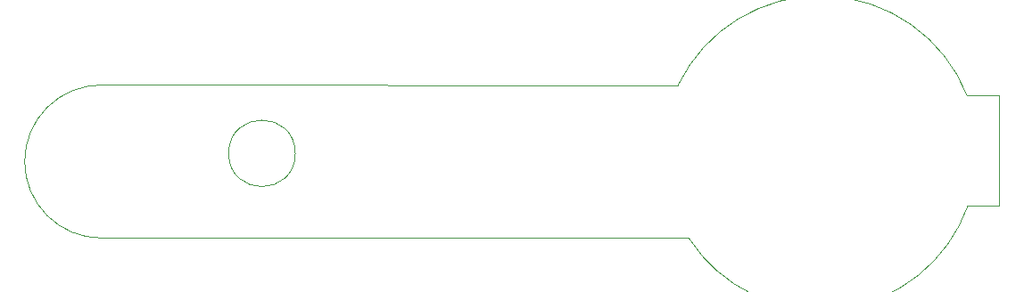
<source format=gbr>
%TF.GenerationSoftware,KiCad,Pcbnew,9.0.1*%
%TF.CreationDate,2025-06-02T10:32:27+09:00*%
%TF.ProjectId,Project 1 LED Torch,50726f6a-6563-4742-9031-204c45442054,1*%
%TF.SameCoordinates,Original*%
%TF.FileFunction,Profile,NP*%
%FSLAX46Y46*%
G04 Gerber Fmt 4.6, Leading zero omitted, Abs format (unit mm)*
G04 Created by KiCad (PCBNEW 9.0.1) date 2025-06-02 10:32:27*
%MOMM*%
%LPD*%
G01*
G04 APERTURE LIST*
%TA.AperFunction,Profile*%
%ADD10C,0.050000*%
%TD*%
G04 APERTURE END LIST*
D10*
X90275000Y-97000000D02*
X145007191Y-97003463D01*
X90250000Y-111550043D02*
G75*
G02*
X90275000Y-97000000I0J7275043D01*
G01*
X175500000Y-98000000D02*
X174500000Y-98000000D01*
X175500000Y-108500000D02*
X175500000Y-98000000D01*
X174500000Y-108500000D02*
X175500000Y-108500000D01*
X172428779Y-98000000D02*
X174500000Y-98000000D01*
X172501874Y-108500000D02*
X174500000Y-108500000D01*
X172501874Y-108500000D02*
G75*
G02*
X146000001Y-111550000I-14001874J5000000D01*
G01*
X145007191Y-97003462D02*
G75*
G02*
X172428780Y-98000000I13492809J-6496538D01*
G01*
X90250000Y-111550000D02*
X146000000Y-111550000D01*
X108662278Y-103500000D02*
G75*
G02*
X102337722Y-103500000I-3162278J0D01*
G01*
X102337722Y-103500000D02*
G75*
G02*
X108662278Y-103500000I3162278J0D01*
G01*
M02*

</source>
